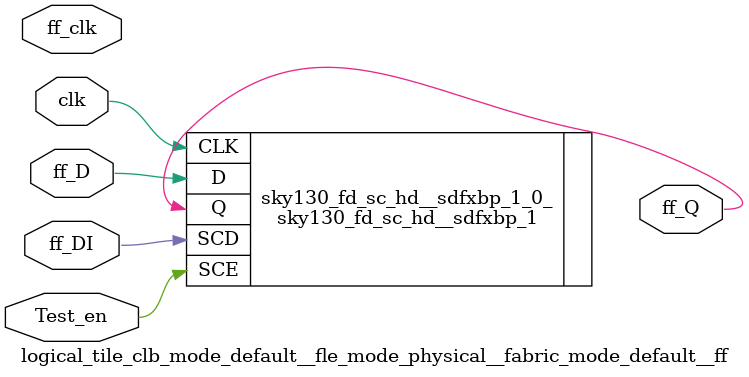
<source format=v>
`timescale 1ns / 1ps

module logical_tile_clb_mode_default__fle_mode_physical__fabric_mode_default__ff(Test_en,
                                                                                 clk,
                                                                                 ff_D,
                                                                                 ff_DI,
                                                                                 ff_Q,
                                                                                 ff_clk);
//
input [0:0] Test_en;
//
input [0:0] clk;
//
input [0:0] ff_D;
//
input [0:0] ff_DI;
//
output [0:0] ff_Q;
//
input [0:0] ff_clk;

//
wire [0:0] ff_D;
wire [0:0] ff_DI;
wire [0:0] ff_Q;
wire [0:0] ff_clk;
//


//
//



//
//
//
//

	sky130_fd_sc_hd__sdfxbp_1 sky130_fd_sc_hd__sdfxbp_1_0_ (
		.SCE(Test_en[0]),
		.CLK(clk[0]),
		.D(ff_D[0]),
		.SCD(ff_DI[0]),
		.Q(ff_Q[0]));

endmodule
//



</source>
